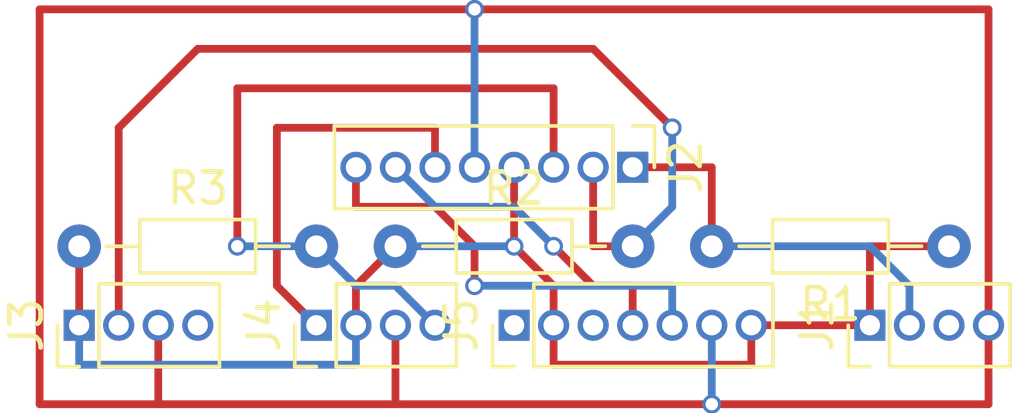
<source format=kicad_pcb>
(kicad_pcb (version 4) (host pcbnew 4.0.6-e0-6349~53~ubuntu16.04.1)

  (general
    (links 21)
    (no_connects 0)
    (area 0 0 0 0)
    (thickness 1.6)
    (drawings 0)
    (tracks 73)
    (zones 0)
    (modules 8)
    (nets 9)
  )

  (page A4)
  (layers
    (0 F.Cu signal)
    (31 B.Cu signal)
    (32 B.Adhes user)
    (33 F.Adhes user)
    (34 B.Paste user)
    (35 F.Paste user)
    (36 B.SilkS user)
    (37 F.SilkS user hide)
    (38 B.Mask user)
    (39 F.Mask user hide)
    (40 Dwgs.User user)
    (41 Cmts.User user)
    (42 Eco1.User user)
    (43 Eco2.User user)
    (44 Edge.Cuts user)
    (45 Margin user)
    (46 B.CrtYd user)
    (47 F.CrtYd user)
    (48 B.Fab user hide)
    (49 F.Fab user hide)
  )

  (setup
    (last_trace_width 0.25)
    (trace_clearance 0.2)
    (zone_clearance 0.508)
    (zone_45_only no)
    (trace_min 0.2)
    (segment_width 0.2)
    (edge_width 0.15)
    (via_size 0.6)
    (via_drill 0.4)
    (via_min_size 0.4)
    (via_min_drill 0.3)
    (uvia_size 0.3)
    (uvia_drill 0.1)
    (uvias_allowed no)
    (uvia_min_size 0.2)
    (uvia_min_drill 0.1)
    (pcb_text_width 0.3)
    (pcb_text_size 1.5 1.5)
    (mod_edge_width 0.15)
    (mod_text_size 1 1)
    (mod_text_width 0.15)
    (pad_size 1.524 1.524)
    (pad_drill 0.762)
    (pad_to_mask_clearance 0.2)
    (aux_axis_origin 0 0)
    (visible_elements FFFFFF7F)
    (pcbplotparams
      (layerselection 0x00030_80000001)
      (usegerberextensions false)
      (excludeedgelayer true)
      (linewidth 0.100000)
      (plotframeref false)
      (viasonmask false)
      (mode 1)
      (useauxorigin false)
      (hpglpennumber 1)
      (hpglpenspeed 20)
      (hpglpendiameter 15)
      (hpglpenoverlay 2)
      (psnegative false)
      (psa4output false)
      (plotreference true)
      (plotvalue true)
      (plotinvisibletext false)
      (padsonsilk false)
      (subtractmaskfromsilk false)
      (outputformat 1)
      (mirror false)
      (drillshape 1)
      (scaleselection 1)
      (outputdirectory ""))
  )

  (net 0 "")
  (net 1 /Data_DHT11)
  (net 2 /SCL)
  (net 3 /SDA)
  (net 4 +3V3)
  (net 5 GND)
  (net 6 "Net-(J2-Pad2)")
  (net 7 /DataSHT75)
  (net 8 "Net-(J2-Pad6)")

  (net_class Default "This is the default net class."
    (clearance 0.2)
    (trace_width 0.25)
    (via_dia 0.6)
    (via_drill 0.4)
    (uvia_dia 0.3)
    (uvia_drill 0.1)
    (add_net +3V3)
    (add_net /DataSHT75)
    (add_net /Data_DHT11)
    (add_net /SCL)
    (add_net /SDA)
    (add_net GND)
    (add_net "Net-(J2-Pad2)")
    (add_net "Net-(J2-Pad6)")
  )

  (module Pin_Headers:Pin_Header_Straight_1x08_Pitch1.27mm (layer F.Cu) (tedit 58CD4ED1) (tstamp 5963C9BB)
    (at 146.05 90.17 270)
    (descr "Through hole straight pin header, 1x08, 1.27mm pitch, single row")
    (tags "Through hole pin header THT 1x08 1.27mm single row")
    (path /5963BC06)
    (fp_text reference J2 (at 0 -1.695 270) (layer F.SilkS)
      (effects (font (size 1 1) (thickness 0.15)))
    )
    (fp_text value Arduino (at 0 10.585 270) (layer F.Fab)
      (effects (font (size 1 1) (thickness 0.15)))
    )
    (fp_line (start -1.27 -0.635) (end -1.27 9.525) (layer F.Fab) (width 0.1))
    (fp_line (start -1.27 9.525) (end 1.27 9.525) (layer F.Fab) (width 0.1))
    (fp_line (start 1.27 9.525) (end 1.27 -0.635) (layer F.Fab) (width 0.1))
    (fp_line (start 1.27 -0.635) (end -1.27 -0.635) (layer F.Fab) (width 0.1))
    (fp_line (start -1.33 0.635) (end -1.33 9.585) (layer F.SilkS) (width 0.12))
    (fp_line (start -1.33 9.585) (end 1.33 9.585) (layer F.SilkS) (width 0.12))
    (fp_line (start 1.33 9.585) (end 1.33 0.635) (layer F.SilkS) (width 0.12))
    (fp_line (start 1.33 0.635) (end -1.33 0.635) (layer F.SilkS) (width 0.12))
    (fp_line (start -1.33 0) (end -1.33 -0.695) (layer F.SilkS) (width 0.12))
    (fp_line (start -1.33 -0.695) (end 0 -0.695) (layer F.SilkS) (width 0.12))
    (fp_line (start -1.8 -1.15) (end -1.8 10.05) (layer F.CrtYd) (width 0.05))
    (fp_line (start -1.8 10.05) (end 1.8 10.05) (layer F.CrtYd) (width 0.05))
    (fp_line (start 1.8 10.05) (end 1.8 -1.15) (layer F.CrtYd) (width 0.05))
    (fp_line (start 1.8 -1.15) (end -1.8 -1.15) (layer F.CrtYd) (width 0.05))
    (fp_text user %R (at 0 -1.695 270) (layer F.Fab)
      (effects (font (size 1 1) (thickness 0.15)))
    )
    (pad 1 thru_hole rect (at 0 0 270) (size 1 1) (drill 0.65) (layers *.Cu *.Mask)
      (net 1 /Data_DHT11))
    (pad 2 thru_hole oval (at 0 1.27 270) (size 1 1) (drill 0.65) (layers *.Cu *.Mask)
      (net 6 "Net-(J2-Pad2)"))
    (pad 3 thru_hole oval (at 0 2.54 270) (size 1 1) (drill 0.65) (layers *.Cu *.Mask)
      (net 7 /DataSHT75))
    (pad 4 thru_hole oval (at 0 3.81 270) (size 1 1) (drill 0.65) (layers *.Cu *.Mask)
      (net 4 +3V3))
    (pad 5 thru_hole oval (at 0 5.08 270) (size 1 1) (drill 0.65) (layers *.Cu *.Mask)
      (net 5 GND))
    (pad 6 thru_hole oval (at 0 6.35 270) (size 1 1) (drill 0.65) (layers *.Cu *.Mask)
      (net 8 "Net-(J2-Pad6)"))
    (pad 7 thru_hole oval (at 0 7.62 270) (size 1 1) (drill 0.65) (layers *.Cu *.Mask)
      (net 3 /SDA))
    (pad 8 thru_hole oval (at 0 8.89 270) (size 1 1) (drill 0.65) (layers *.Cu *.Mask)
      (net 2 /SCL))
    (model ${KISYS3DMOD}/Pin_Headers.3dshapes/Pin_Header_Straight_1x08_Pitch1.27mm.wrl
      (at (xyz 0 0 0))
      (scale (xyz 1 1 1))
      (rotate (xyz 0 0 0))
    )
  )

  (module Resistors_THT:R_Axial_DIN0204_L3.6mm_D1.6mm_P7.62mm_Horizontal (layer F.Cu) (tedit 5874F706) (tstamp 5963C5D9)
    (at 138.43 92.71)
    (descr "Resistor, Axial_DIN0204 series, Axial, Horizontal, pin pitch=7.62mm, 0.16666666666666666W = 1/6W, length*diameter=3.6*1.6mm^2, http://cdn-reichelt.de/documents/datenblatt/B400/1_4W%23YAG.pdf")
    (tags "Resistor Axial_DIN0204 series Axial Horizontal pin pitch 7.62mm 0.16666666666666666W = 1/6W length 3.6mm diameter 1.6mm")
    (path /5963B4BA)
    (fp_text reference R2 (at 3.81 -1.86) (layer F.SilkS)
      (effects (font (size 1 1) (thickness 0.15)))
    )
    (fp_text value R (at 3.81 1.86) (layer F.Fab)
      (effects (font (size 1 1) (thickness 0.15)))
    )
    (fp_line (start 2.01 -0.8) (end 2.01 0.8) (layer F.Fab) (width 0.1))
    (fp_line (start 2.01 0.8) (end 5.61 0.8) (layer F.Fab) (width 0.1))
    (fp_line (start 5.61 0.8) (end 5.61 -0.8) (layer F.Fab) (width 0.1))
    (fp_line (start 5.61 -0.8) (end 2.01 -0.8) (layer F.Fab) (width 0.1))
    (fp_line (start 0 0) (end 2.01 0) (layer F.Fab) (width 0.1))
    (fp_line (start 7.62 0) (end 5.61 0) (layer F.Fab) (width 0.1))
    (fp_line (start 1.95 -0.86) (end 1.95 0.86) (layer F.SilkS) (width 0.12))
    (fp_line (start 1.95 0.86) (end 5.67 0.86) (layer F.SilkS) (width 0.12))
    (fp_line (start 5.67 0.86) (end 5.67 -0.86) (layer F.SilkS) (width 0.12))
    (fp_line (start 5.67 -0.86) (end 1.95 -0.86) (layer F.SilkS) (width 0.12))
    (fp_line (start 0.88 0) (end 1.95 0) (layer F.SilkS) (width 0.12))
    (fp_line (start 6.74 0) (end 5.67 0) (layer F.SilkS) (width 0.12))
    (fp_line (start -0.95 -1.15) (end -0.95 1.15) (layer F.CrtYd) (width 0.05))
    (fp_line (start -0.95 1.15) (end 8.6 1.15) (layer F.CrtYd) (width 0.05))
    (fp_line (start 8.6 1.15) (end 8.6 -1.15) (layer F.CrtYd) (width 0.05))
    (fp_line (start 8.6 -1.15) (end -0.95 -1.15) (layer F.CrtYd) (width 0.05))
    (pad 1 thru_hole circle (at 0 0) (size 1.4 1.4) (drill 0.7) (layers *.Cu *.Mask)
      (net 4 +3V3))
    (pad 2 thru_hole oval (at 7.62 0) (size 1.4 1.4) (drill 0.7) (layers *.Cu *.Mask)
      (net 6 "Net-(J2-Pad2)"))
    (model Resistors_THT.3dshapes/R_Axial_DIN0204_L3.6mm_D1.6mm_P7.62mm_Horizontal.wrl
      (at (xyz 0 0 0))
      (scale (xyz 0.393701 0.393701 0.393701))
      (rotate (xyz 0 0 0))
    )
  )

  (module Pin_Headers:Pin_Header_Straight_1x04_Pitch1.27mm (layer F.Cu) (tedit 58CD4ED0) (tstamp 5963C9EB)
    (at 135.89 95.25 90)
    (descr "Through hole straight pin header, 1x04, 1.27mm pitch, single row")
    (tags "Through hole pin header THT 1x04 1.27mm single row")
    (path /595D098A)
    (fp_text reference J4 (at 0 -1.695 90) (layer F.SilkS)
      (effects (font (size 1 1) (thickness 0.15)))
    )
    (fp_text value "SHT 75" (at 0 5.505 90) (layer F.Fab)
      (effects (font (size 1 1) (thickness 0.15)))
    )
    (fp_line (start -1.27 -0.635) (end -1.27 4.445) (layer F.Fab) (width 0.1))
    (fp_line (start -1.27 4.445) (end 1.27 4.445) (layer F.Fab) (width 0.1))
    (fp_line (start 1.27 4.445) (end 1.27 -0.635) (layer F.Fab) (width 0.1))
    (fp_line (start 1.27 -0.635) (end -1.27 -0.635) (layer F.Fab) (width 0.1))
    (fp_line (start -1.33 0.635) (end -1.33 4.505) (layer F.SilkS) (width 0.12))
    (fp_line (start -1.33 4.505) (end 1.33 4.505) (layer F.SilkS) (width 0.12))
    (fp_line (start 1.33 4.505) (end 1.33 0.635) (layer F.SilkS) (width 0.12))
    (fp_line (start 1.33 0.635) (end -1.33 0.635) (layer F.SilkS) (width 0.12))
    (fp_line (start -1.33 0) (end -1.33 -0.695) (layer F.SilkS) (width 0.12))
    (fp_line (start -1.33 -0.695) (end 0 -0.695) (layer F.SilkS) (width 0.12))
    (fp_line (start -1.8 -1.15) (end -1.8 4.95) (layer F.CrtYd) (width 0.05))
    (fp_line (start -1.8 4.95) (end 1.8 4.95) (layer F.CrtYd) (width 0.05))
    (fp_line (start 1.8 4.95) (end 1.8 -1.15) (layer F.CrtYd) (width 0.05))
    (fp_line (start 1.8 -1.15) (end -1.8 -1.15) (layer F.CrtYd) (width 0.05))
    (fp_text user %R (at 0 -1.695 90) (layer F.Fab)
      (effects (font (size 1 1) (thickness 0.15)))
    )
    (pad 1 thru_hole rect (at 0 0 90) (size 1 1) (drill 0.65) (layers *.Cu *.Mask)
      (net 8 "Net-(J2-Pad6)"))
    (pad 2 thru_hole oval (at 0 1.27 90) (size 1 1) (drill 0.65) (layers *.Cu *.Mask)
      (net 4 +3V3))
    (pad 3 thru_hole oval (at 0 2.54 90) (size 1 1) (drill 0.65) (layers *.Cu *.Mask)
      (net 5 GND))
    (pad 4 thru_hole oval (at 0 3.81 90) (size 1 1) (drill 0.65) (layers *.Cu *.Mask)
      (net 7 /DataSHT75))
    (model ${KISYS3DMOD}/Pin_Headers.3dshapes/Pin_Header_Straight_1x04_Pitch1.27mm.wrl
      (at (xyz 0 0 0))
      (scale (xyz 1 1 1))
      (rotate (xyz 0 0 0))
    )
  )

  (module Pin_Headers:Pin_Header_Straight_1x07_Pitch1.27mm (layer F.Cu) (tedit 58CD4ED0) (tstamp 5963CA01)
    (at 142.24 95.25 90)
    (descr "Through hole straight pin header, 1x07, 1.27mm pitch, single row")
    (tags "Through hole pin header THT 1x07 1.27mm single row")
    (path /595D421D)
    (fp_text reference J5 (at 0 -1.695 90) (layer F.SilkS)
      (effects (font (size 1 1) (thickness 0.15)))
    )
    (fp_text value "SHT 31" (at 0 9.315 90) (layer F.Fab)
      (effects (font (size 1 1) (thickness 0.15)))
    )
    (fp_line (start -1.27 -0.635) (end -1.27 8.255) (layer F.Fab) (width 0.1))
    (fp_line (start -1.27 8.255) (end 1.27 8.255) (layer F.Fab) (width 0.1))
    (fp_line (start 1.27 8.255) (end 1.27 -0.635) (layer F.Fab) (width 0.1))
    (fp_line (start 1.27 -0.635) (end -1.27 -0.635) (layer F.Fab) (width 0.1))
    (fp_line (start -1.33 0.635) (end -1.33 8.315) (layer F.SilkS) (width 0.12))
    (fp_line (start -1.33 8.315) (end 1.33 8.315) (layer F.SilkS) (width 0.12))
    (fp_line (start 1.33 8.315) (end 1.33 0.635) (layer F.SilkS) (width 0.12))
    (fp_line (start 1.33 0.635) (end -1.33 0.635) (layer F.SilkS) (width 0.12))
    (fp_line (start -1.33 0) (end -1.33 -0.695) (layer F.SilkS) (width 0.12))
    (fp_line (start -1.33 -0.695) (end 0 -0.695) (layer F.SilkS) (width 0.12))
    (fp_line (start -1.8 -1.15) (end -1.8 8.8) (layer F.CrtYd) (width 0.05))
    (fp_line (start -1.8 8.8) (end 1.8 8.8) (layer F.CrtYd) (width 0.05))
    (fp_line (start 1.8 8.8) (end 1.8 -1.15) (layer F.CrtYd) (width 0.05))
    (fp_line (start 1.8 -1.15) (end -1.8 -1.15) (layer F.CrtYd) (width 0.05))
    (fp_text user %R (at 0 -1.695 90) (layer F.Fab)
      (effects (font (size 1 1) (thickness 0.15)))
    )
    (pad 1 thru_hole rect (at 0 0 90) (size 1 1) (drill 0.65) (layers *.Cu *.Mask))
    (pad 2 thru_hole oval (at 0 1.27 90) (size 1 1) (drill 0.65) (layers *.Cu *.Mask)
      (net 4 +3V3))
    (pad 3 thru_hole oval (at 0 2.54 90) (size 1 1) (drill 0.65) (layers *.Cu *.Mask))
    (pad 4 thru_hole oval (at 0 3.81 90) (size 1 1) (drill 0.65) (layers *.Cu *.Mask)
      (net 3 /SDA))
    (pad 5 thru_hole oval (at 0 5.08 90) (size 1 1) (drill 0.65) (layers *.Cu *.Mask)
      (net 2 /SCL))
    (pad 6 thru_hole oval (at 0 6.35 90) (size 1 1) (drill 0.65) (layers *.Cu *.Mask)
      (net 5 GND))
    (pad 7 thru_hole oval (at 0 7.62 90) (size 1 1) (drill 0.65) (layers *.Cu *.Mask)
      (net 4 +3V3))
    (model ${KISYS3DMOD}/Pin_Headers.3dshapes/Pin_Header_Straight_1x07_Pitch1.27mm.wrl
      (at (xyz 0 0 0))
      (scale (xyz 1 1 1))
      (rotate (xyz 0 0 0))
    )
  )

  (module Resistors_THT:R_Axial_DIN0204_L3.6mm_D1.6mm_P7.62mm_Horizontal (layer F.Cu) (tedit 5874F706) (tstamp 5963C5C3)
    (at 156.21 92.71 180)
    (descr "Resistor, Axial_DIN0204 series, Axial, Horizontal, pin pitch=7.62mm, 0.16666666666666666W = 1/6W, length*diameter=3.6*1.6mm^2, http://cdn-reichelt.de/documents/datenblatt/B400/1_4W%23YAG.pdf")
    (tags "Resistor Axial_DIN0204 series Axial Horizontal pin pitch 7.62mm 0.16666666666666666W = 1/6W length 3.6mm diameter 1.6mm")
    (path /5963B018)
    (fp_text reference R1 (at 3.81 -1.86 180) (layer F.SilkS)
      (effects (font (size 1 1) (thickness 0.15)))
    )
    (fp_text value R (at 3.81 1.86 180) (layer F.Fab)
      (effects (font (size 1 1) (thickness 0.15)))
    )
    (fp_line (start 2.01 -0.8) (end 2.01 0.8) (layer F.Fab) (width 0.1))
    (fp_line (start 2.01 0.8) (end 5.61 0.8) (layer F.Fab) (width 0.1))
    (fp_line (start 5.61 0.8) (end 5.61 -0.8) (layer F.Fab) (width 0.1))
    (fp_line (start 5.61 -0.8) (end 2.01 -0.8) (layer F.Fab) (width 0.1))
    (fp_line (start 0 0) (end 2.01 0) (layer F.Fab) (width 0.1))
    (fp_line (start 7.62 0) (end 5.61 0) (layer F.Fab) (width 0.1))
    (fp_line (start 1.95 -0.86) (end 1.95 0.86) (layer F.SilkS) (width 0.12))
    (fp_line (start 1.95 0.86) (end 5.67 0.86) (layer F.SilkS) (width 0.12))
    (fp_line (start 5.67 0.86) (end 5.67 -0.86) (layer F.SilkS) (width 0.12))
    (fp_line (start 5.67 -0.86) (end 1.95 -0.86) (layer F.SilkS) (width 0.12))
    (fp_line (start 0.88 0) (end 1.95 0) (layer F.SilkS) (width 0.12))
    (fp_line (start 6.74 0) (end 5.67 0) (layer F.SilkS) (width 0.12))
    (fp_line (start -0.95 -1.15) (end -0.95 1.15) (layer F.CrtYd) (width 0.05))
    (fp_line (start -0.95 1.15) (end 8.6 1.15) (layer F.CrtYd) (width 0.05))
    (fp_line (start 8.6 1.15) (end 8.6 -1.15) (layer F.CrtYd) (width 0.05))
    (fp_line (start 8.6 -1.15) (end -0.95 -1.15) (layer F.CrtYd) (width 0.05))
    (pad 1 thru_hole circle (at 0 0 180) (size 1.4 1.4) (drill 0.7) (layers *.Cu *.Mask)
      (net 4 +3V3))
    (pad 2 thru_hole oval (at 7.62 0 180) (size 1.4 1.4) (drill 0.7) (layers *.Cu *.Mask)
      (net 1 /Data_DHT11))
    (model Resistors_THT.3dshapes/R_Axial_DIN0204_L3.6mm_D1.6mm_P7.62mm_Horizontal.wrl
      (at (xyz 0 0 0))
      (scale (xyz 0.393701 0.393701 0.393701))
      (rotate (xyz 0 0 0))
    )
  )

  (module Resistors_THT:R_Axial_DIN0204_L3.6mm_D1.6mm_P7.62mm_Horizontal (layer F.Cu) (tedit 5874F706) (tstamp 5963C5EF)
    (at 128.27 92.71)
    (descr "Resistor, Axial_DIN0204 series, Axial, Horizontal, pin pitch=7.62mm, 0.16666666666666666W = 1/6W, length*diameter=3.6*1.6mm^2, http://cdn-reichelt.de/documents/datenblatt/B400/1_4W%23YAG.pdf")
    (tags "Resistor Axial_DIN0204 series Axial Horizontal pin pitch 7.62mm 0.16666666666666666W = 1/6W length 3.6mm diameter 1.6mm")
    (path /595D19A6)
    (fp_text reference R3 (at 3.81 -1.86) (layer F.SilkS)
      (effects (font (size 1 1) (thickness 0.15)))
    )
    (fp_text value 10K (at 3.81 1.86) (layer F.Fab)
      (effects (font (size 1 1) (thickness 0.15)))
    )
    (fp_line (start 2.01 -0.8) (end 2.01 0.8) (layer F.Fab) (width 0.1))
    (fp_line (start 2.01 0.8) (end 5.61 0.8) (layer F.Fab) (width 0.1))
    (fp_line (start 5.61 0.8) (end 5.61 -0.8) (layer F.Fab) (width 0.1))
    (fp_line (start 5.61 -0.8) (end 2.01 -0.8) (layer F.Fab) (width 0.1))
    (fp_line (start 0 0) (end 2.01 0) (layer F.Fab) (width 0.1))
    (fp_line (start 7.62 0) (end 5.61 0) (layer F.Fab) (width 0.1))
    (fp_line (start 1.95 -0.86) (end 1.95 0.86) (layer F.SilkS) (width 0.12))
    (fp_line (start 1.95 0.86) (end 5.67 0.86) (layer F.SilkS) (width 0.12))
    (fp_line (start 5.67 0.86) (end 5.67 -0.86) (layer F.SilkS) (width 0.12))
    (fp_line (start 5.67 -0.86) (end 1.95 -0.86) (layer F.SilkS) (width 0.12))
    (fp_line (start 0.88 0) (end 1.95 0) (layer F.SilkS) (width 0.12))
    (fp_line (start 6.74 0) (end 5.67 0) (layer F.SilkS) (width 0.12))
    (fp_line (start -0.95 -1.15) (end -0.95 1.15) (layer F.CrtYd) (width 0.05))
    (fp_line (start -0.95 1.15) (end 8.6 1.15) (layer F.CrtYd) (width 0.05))
    (fp_line (start 8.6 1.15) (end 8.6 -1.15) (layer F.CrtYd) (width 0.05))
    (fp_line (start 8.6 -1.15) (end -0.95 -1.15) (layer F.CrtYd) (width 0.05))
    (pad 1 thru_hole circle (at 0 0) (size 1.4 1.4) (drill 0.7) (layers *.Cu *.Mask)
      (net 4 +3V3))
    (pad 2 thru_hole oval (at 7.62 0) (size 1.4 1.4) (drill 0.7) (layers *.Cu *.Mask)
      (net 7 /DataSHT75))
    (model Resistors_THT.3dshapes/R_Axial_DIN0204_L3.6mm_D1.6mm_P7.62mm_Horizontal.wrl
      (at (xyz 0 0 0))
      (scale (xyz 0.393701 0.393701 0.393701))
      (rotate (xyz 0 0 0))
    )
  )

  (module Pin_Headers:Pin_Header_Straight_1x04_Pitch1.27mm (layer F.Cu) (tedit 58CD4ED0) (tstamp 5963C9A5)
    (at 153.67 95.25 90)
    (descr "Through hole straight pin header, 1x04, 1.27mm pitch, single row")
    (tags "Through hole pin header THT 1x04 1.27mm single row")
    (path /595D08DD)
    (fp_text reference J1 (at 0 -1.695 90) (layer F.SilkS)
      (effects (font (size 1 1) (thickness 0.15)))
    )
    (fp_text value "DHT 11" (at 0 5.505 90) (layer F.Fab)
      (effects (font (size 1 1) (thickness 0.15)))
    )
    (fp_line (start -1.27 -0.635) (end -1.27 4.445) (layer F.Fab) (width 0.1))
    (fp_line (start -1.27 4.445) (end 1.27 4.445) (layer F.Fab) (width 0.1))
    (fp_line (start 1.27 4.445) (end 1.27 -0.635) (layer F.Fab) (width 0.1))
    (fp_line (start 1.27 -0.635) (end -1.27 -0.635) (layer F.Fab) (width 0.1))
    (fp_line (start -1.33 0.635) (end -1.33 4.505) (layer F.SilkS) (width 0.12))
    (fp_line (start -1.33 4.505) (end 1.33 4.505) (layer F.SilkS) (width 0.12))
    (fp_line (start 1.33 4.505) (end 1.33 0.635) (layer F.SilkS) (width 0.12))
    (fp_line (start 1.33 0.635) (end -1.33 0.635) (layer F.SilkS) (width 0.12))
    (fp_line (start -1.33 0) (end -1.33 -0.695) (layer F.SilkS) (width 0.12))
    (fp_line (start -1.33 -0.695) (end 0 -0.695) (layer F.SilkS) (width 0.12))
    (fp_line (start -1.8 -1.15) (end -1.8 4.95) (layer F.CrtYd) (width 0.05))
    (fp_line (start -1.8 4.95) (end 1.8 4.95) (layer F.CrtYd) (width 0.05))
    (fp_line (start 1.8 4.95) (end 1.8 -1.15) (layer F.CrtYd) (width 0.05))
    (fp_line (start 1.8 -1.15) (end -1.8 -1.15) (layer F.CrtYd) (width 0.05))
    (fp_text user %R (at 0 -1.695 90) (layer F.Fab)
      (effects (font (size 1 1) (thickness 0.15)))
    )
    (pad 1 thru_hole rect (at 0 0 90) (size 1 1) (drill 0.65) (layers *.Cu *.Mask)
      (net 4 +3V3))
    (pad 2 thru_hole oval (at 0 1.27 90) (size 1 1) (drill 0.65) (layers *.Cu *.Mask)
      (net 1 /Data_DHT11))
    (pad 3 thru_hole oval (at 0 2.54 90) (size 1 1) (drill 0.65) (layers *.Cu *.Mask))
    (pad 4 thru_hole oval (at 0 3.81 90) (size 1 1) (drill 0.65) (layers *.Cu *.Mask)
      (net 5 GND))
    (model ${KISYS3DMOD}/Pin_Headers.3dshapes/Pin_Header_Straight_1x04_Pitch1.27mm.wrl
      (at (xyz 0 0 0))
      (scale (xyz 1 1 1))
      (rotate (xyz 0 0 0))
    )
  )

  (module Pin_Headers:Pin_Header_Straight_1x04_Pitch1.27mm (layer F.Cu) (tedit 58CD4ED0) (tstamp 5963C9D5)
    (at 128.27 95.25 90)
    (descr "Through hole straight pin header, 1x04, 1.27mm pitch, single row")
    (tags "Through hole pin header THT 1x04 1.27mm single row")
    (path /595D0957)
    (fp_text reference J3 (at 0 -1.695 90) (layer F.SilkS)
      (effects (font (size 1 1) (thickness 0.15)))
    )
    (fp_text value "DHT 22" (at 0 5.505 90) (layer F.Fab)
      (effects (font (size 1 1) (thickness 0.15)))
    )
    (fp_line (start -1.27 -0.635) (end -1.27 4.445) (layer F.Fab) (width 0.1))
    (fp_line (start -1.27 4.445) (end 1.27 4.445) (layer F.Fab) (width 0.1))
    (fp_line (start 1.27 4.445) (end 1.27 -0.635) (layer F.Fab) (width 0.1))
    (fp_line (start 1.27 -0.635) (end -1.27 -0.635) (layer F.Fab) (width 0.1))
    (fp_line (start -1.33 0.635) (end -1.33 4.505) (layer F.SilkS) (width 0.12))
    (fp_line (start -1.33 4.505) (end 1.33 4.505) (layer F.SilkS) (width 0.12))
    (fp_line (start 1.33 4.505) (end 1.33 0.635) (layer F.SilkS) (width 0.12))
    (fp_line (start 1.33 0.635) (end -1.33 0.635) (layer F.SilkS) (width 0.12))
    (fp_line (start -1.33 0) (end -1.33 -0.695) (layer F.SilkS) (width 0.12))
    (fp_line (start -1.33 -0.695) (end 0 -0.695) (layer F.SilkS) (width 0.12))
    (fp_line (start -1.8 -1.15) (end -1.8 4.95) (layer F.CrtYd) (width 0.05))
    (fp_line (start -1.8 4.95) (end 1.8 4.95) (layer F.CrtYd) (width 0.05))
    (fp_line (start 1.8 4.95) (end 1.8 -1.15) (layer F.CrtYd) (width 0.05))
    (fp_line (start 1.8 -1.15) (end -1.8 -1.15) (layer F.CrtYd) (width 0.05))
    (fp_text user %R (at 0 -1.695 90) (layer F.Fab)
      (effects (font (size 1 1) (thickness 0.15)))
    )
    (pad 1 thru_hole rect (at 0 0 90) (size 1 1) (drill 0.65) (layers *.Cu *.Mask)
      (net 4 +3V3))
    (pad 2 thru_hole oval (at 0 1.27 90) (size 1 1) (drill 0.65) (layers *.Cu *.Mask)
      (net 6 "Net-(J2-Pad2)"))
    (pad 3 thru_hole oval (at 0 2.54 90) (size 1 1) (drill 0.65) (layers *.Cu *.Mask)
      (net 5 GND))
    (pad 4 thru_hole oval (at 0 3.81 90) (size 1 1) (drill 0.65) (layers *.Cu *.Mask))
    (model ${KISYS3DMOD}/Pin_Headers.3dshapes/Pin_Header_Straight_1x04_Pitch1.27mm.wrl
      (at (xyz 0 0 0))
      (scale (xyz 1 1 1))
      (rotate (xyz 0 0 0))
    )
  )

  (segment (start 154.94 95.25) (end 154.94 93.98) (width 0.25) (layer B.Cu) (net 1))
  (segment (start 153.67 92.71) (end 148.59 92.71) (width 0.25) (layer B.Cu) (net 1) (tstamp 5963D580))
  (segment (start 154.94 93.98) (end 153.67 92.71) (width 0.25) (layer B.Cu) (net 1) (tstamp 5963D57E))
  (segment (start 148.59 92.71) (end 148.59 90.17) (width 0.25) (layer F.Cu) (net 1))
  (segment (start 148.59 90.17) (end 146.05 90.17) (width 0.25) (layer F.Cu) (net 1) (tstamp 5963D49E))
  (segment (start 137.16 90.17) (end 137.16 91.44) (width 0.25) (layer F.Cu) (net 2) (status 400000))
  (segment (start 147.32 93.98) (end 147.32 95.25) (width 0.25) (layer B.Cu) (net 2) (tstamp 5963D885) (status 800000))
  (segment (start 140.97 93.98) (end 147.32 93.98) (width 0.25) (layer B.Cu) (net 2) (tstamp 5963D884))
  (via (at 140.97 93.98) (size 0.6) (drill 0.4) (layers F.Cu B.Cu) (net 2))
  (segment (start 140.97 92.71) (end 140.97 93.98) (width 0.25) (layer F.Cu) (net 2) (tstamp 5963D87A))
  (segment (start 139.7 91.44) (end 140.97 92.71) (width 0.25) (layer F.Cu) (net 2) (tstamp 5963D877))
  (segment (start 137.16 91.44) (end 139.7 91.44) (width 0.25) (layer F.Cu) (net 2) (tstamp 5963D874))
  (segment (start 146.05 95.25) (end 146.05 93.98) (width 0.25) (layer F.Cu) (net 3))
  (segment (start 139.7 91.44) (end 138.43 90.17) (width 0.25) (layer B.Cu) (net 3) (tstamp 5963D569))
  (segment (start 142.24 91.44) (end 139.7 91.44) (width 0.25) (layer B.Cu) (net 3) (tstamp 5963D563))
  (segment (start 143.51 92.71) (end 142.24 91.44) (width 0.25) (layer B.Cu) (net 3) (tstamp 5963D562))
  (via (at 143.51 92.71) (size 0.6) (drill 0.4) (layers F.Cu B.Cu) (net 3))
  (segment (start 144.78 93.98) (end 143.51 92.71) (width 0.25) (layer F.Cu) (net 3) (tstamp 5963D55E))
  (segment (start 146.05 93.98) (end 144.78 93.98) (width 0.25) (layer F.Cu) (net 3) (tstamp 5963D55D))
  (segment (start 138.43 92.71) (end 142.24 92.71) (width 0.25) (layer B.Cu) (net 4) (status 400000))
  (via (at 142.24 92.71) (size 0.6) (drill 0.4) (layers F.Cu B.Cu) (net 4))
  (segment (start 128.27 95.25) (end 128.27 96.52) (width 0.25) (layer B.Cu) (net 4))
  (segment (start 137.16 96.52) (end 137.16 95.25) (width 0.25) (layer B.Cu) (net 4) (tstamp 5963D5DD))
  (segment (start 128.27 96.52) (end 137.16 96.52) (width 0.25) (layer B.Cu) (net 4) (tstamp 5963D5DC))
  (segment (start 128.27 95.25) (end 128.27 92.71) (width 0.25) (layer F.Cu) (net 4))
  (segment (start 142.24 90.17) (end 142.24 92.71) (width 0.25) (layer F.Cu) (net 4))
  (segment (start 143.51 95.25) (end 143.51 93.98) (width 0.25) (layer F.Cu) (net 4))
  (segment (start 143.51 93.98) (end 142.24 92.71) (width 0.25) (layer F.Cu) (net 4) (tstamp 5963D510))
  (segment (start 138.43 92.71) (end 137.16 93.98) (width 0.25) (layer F.Cu) (net 4))
  (segment (start 137.16 93.98) (end 137.16 95.25) (width 0.25) (layer F.Cu) (net 4) (tstamp 5963D4F9))
  (segment (start 143.51 95.25) (end 143.51 96.52) (width 0.25) (layer F.Cu) (net 4))
  (segment (start 149.86 96.52) (end 149.86 95.25) (width 0.25) (layer F.Cu) (net 4) (tstamp 5963D4BD))
  (segment (start 143.51 96.52) (end 149.86 96.52) (width 0.25) (layer F.Cu) (net 4) (tstamp 5963D4BC))
  (segment (start 153.67 95.25) (end 149.86 95.25) (width 0.25) (layer F.Cu) (net 4))
  (segment (start 156.21 92.71) (end 153.67 92.71) (width 0.25) (layer F.Cu) (net 4))
  (segment (start 153.67 92.71) (end 153.67 95.25) (width 0.25) (layer F.Cu) (net 4) (tstamp 5963D4A1))
  (segment (start 140.97 90.17) (end 140.97 85.09) (width 0.25) (layer B.Cu) (net 5) (status 400000))
  (via (at 140.97 85.09) (size 0.6) (drill 0.4) (layers F.Cu B.Cu) (net 5))
  (segment (start 130.81 95.25) (end 130.81 97.79) (width 0.25) (layer F.Cu) (net 5))
  (segment (start 157.48 95.25) (end 157.48 85.09) (width 0.25) (layer F.Cu) (net 5) (status 400000))
  (segment (start 157.48 85.09) (end 140.97 85.09) (width 0.25) (layer F.Cu) (net 5) (tstamp 5963D532))
  (segment (start 127 97.79) (end 130.81 97.79) (width 0.25) (layer F.Cu) (net 5) (tstamp 5963D538))
  (segment (start 127 85.09) (end 127 97.79) (width 0.25) (layer F.Cu) (net 5) (tstamp 5963D535))
  (segment (start 140.97 85.09) (end 127 85.09) (width 0.25) (layer F.Cu) (net 5) (tstamp 5963D54C))
  (segment (start 130.81 97.79) (end 138.43 97.79) (width 0.25) (layer F.Cu) (net 5) (tstamp 5963D543))
  (segment (start 148.59 97.79) (end 138.43 97.79) (width 0.25) (layer F.Cu) (net 5))
  (segment (start 138.43 97.79) (end 138.43 95.25) (width 0.25) (layer F.Cu) (net 5) (tstamp 5963D4EC))
  (segment (start 148.59 95.25) (end 148.59 97.79) (width 0.25) (layer B.Cu) (net 5))
  (segment (start 157.48 97.79) (end 157.48 95.25) (width 0.25) (layer F.Cu) (net 5) (tstamp 5963D4E3))
  (segment (start 148.59 97.79) (end 157.48 97.79) (width 0.25) (layer F.Cu) (net 5) (tstamp 5963D4E2))
  (via (at 148.59 97.79) (size 0.6) (drill 0.4) (layers F.Cu B.Cu) (net 5))
  (via (at 140.97 90.17) (size 0.6) (drill 0.4) (layers F.Cu B.Cu) (net 5))
  (segment (start 146.05 92.71) (end 147.32 91.44) (width 0.25) (layer B.Cu) (net 6) (status 400000))
  (segment (start 129.54 88.9) (end 129.54 95.25) (width 0.25) (layer F.Cu) (net 6) (tstamp 5963D812) (status 800000))
  (segment (start 132.08 86.36) (end 129.54 88.9) (width 0.25) (layer F.Cu) (net 6) (tstamp 5963D80F))
  (segment (start 144.78 86.36) (end 132.08 86.36) (width 0.25) (layer F.Cu) (net 6) (tstamp 5963D807))
  (segment (start 147.32 88.9) (end 144.78 86.36) (width 0.25) (layer F.Cu) (net 6) (tstamp 5963D806))
  (via (at 147.32 88.9) (size 0.6) (drill 0.4) (layers F.Cu B.Cu) (net 6))
  (segment (start 147.32 91.44) (end 147.32 88.9) (width 0.25) (layer B.Cu) (net 6) (tstamp 5963D7FB))
  (segment (start 146.05 92.71) (end 144.78 92.71) (width 0.25) (layer F.Cu) (net 6))
  (segment (start 144.78 92.71) (end 144.78 90.17) (width 0.25) (layer F.Cu) (net 6) (tstamp 5963D519))
  (segment (start 143.51 90.17) (end 143.51 87.63) (width 0.25) (layer F.Cu) (net 7) (status 400000))
  (segment (start 133.35 92.71) (end 135.89 92.71) (width 0.25) (layer B.Cu) (net 7) (tstamp 5963D75C) (status 800000))
  (via (at 133.35 92.71) (size 0.6) (drill 0.4) (layers F.Cu B.Cu) (net 7))
  (segment (start 133.35 87.63) (end 133.35 92.71) (width 0.25) (layer F.Cu) (net 7) (tstamp 5963D751))
  (segment (start 143.51 87.63) (end 133.35 87.63) (width 0.25) (layer F.Cu) (net 7) (tstamp 5963D74F))
  (segment (start 139.7 95.25) (end 138.43 93.98) (width 0.25) (layer B.Cu) (net 7))
  (segment (start 137.16 93.98) (end 135.89 92.71) (width 0.25) (layer B.Cu) (net 7) (tstamp 5963D5AF))
  (segment (start 138.43 93.98) (end 137.16 93.98) (width 0.25) (layer B.Cu) (net 7) (tstamp 5963D5AE))
  (segment (start 139.7 90.17) (end 139.7 88.9) (width 0.25) (layer F.Cu) (net 8))
  (segment (start 134.62 93.98) (end 135.89 95.25) (width 0.25) (layer F.Cu) (net 8) (tstamp 5963D5F0))
  (segment (start 134.62 88.9) (end 134.62 93.98) (width 0.25) (layer F.Cu) (net 8) (tstamp 5963D5EE))
  (segment (start 139.7 88.9) (end 134.62 88.9) (width 0.25) (layer F.Cu) (net 8) (tstamp 5963D5ED))

)

</source>
